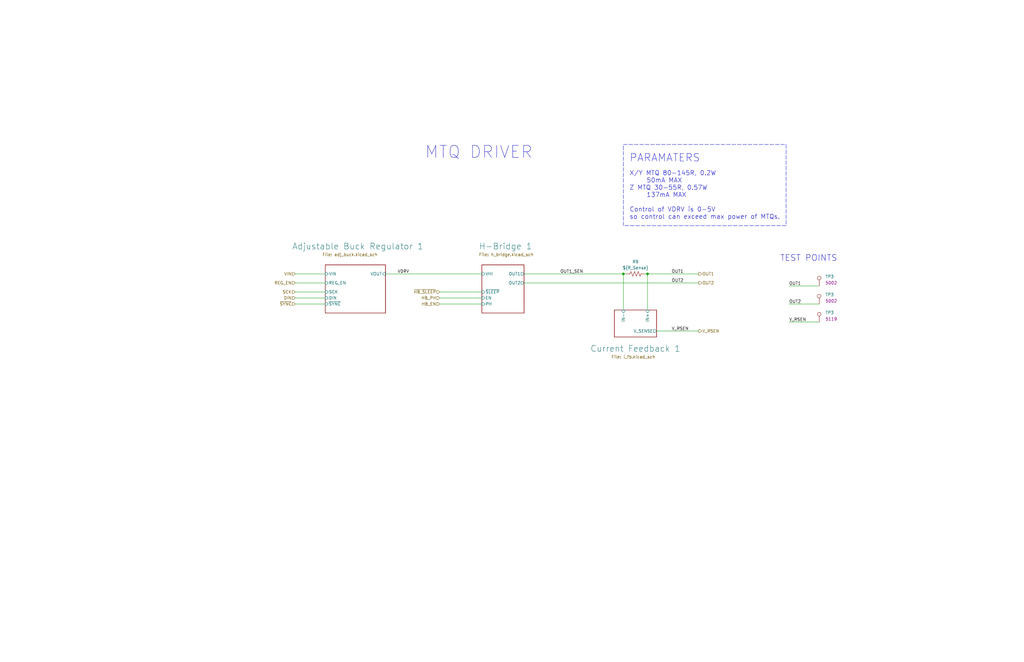
<source format=kicad_sch>
(kicad_sch (version 20230121) (generator eeschema)
  (paper "B")
  (title_block (title "SCHEMATIC, CUBESAT MAGNETORQER DRIVER") (date "2023-06-28") (rev "A") (comment 1 "CH") (comment 2 "CH") (comment 3 "RD21-6005"))
  (lib_symbols
    (symbol "Connector:TestPoint" (pin_numbers hide) (pin_names (offset 0.762) hide)
      (property "Reference" "TP" (at 0 6.858 0))
      (property "Value" "TestPoint" (at 0 5.08 0))
      (symbol "TestPoint_0_1"
        (circle (center 0 3.302) (radius 0.762))
      )
      (symbol "TestPoint_1_1"
        (pin passive line (at 0 0 90) (length 2.54) (name "1") (number "1"))
      )
    )
    (symbol "Device:R_US" (pin_numbers hide) (pin_names (offset 0))
      (property "Reference" "R" (at 2.54 0 90))
      (property "Value" "R_US" (at -2.54 0 90))
      (symbol "R_US_0_1"
        (polyline (pts (xy 0 -2.286) (xy 0 -2.54)))
        (polyline (pts (xy 0 2.286) (xy 0 2.54)))
        (polyline (pts (xy 0 -0.762) (xy 1.016 -1.143) (xy 0 -1.524) (xy -1.016 -1.905) (xy 0 -2.286)))
        (polyline (pts (xy 0 0.762) (xy 1.016 0.381) (xy 0 0) (xy -1.016 -0.381) (xy 0 -0.762)))
        (polyline (pts (xy 0 2.286) (xy 1.016 1.905) (xy 0 1.524) (xy -1.016 1.143) (xy 0 0.762)))
      )
      (symbol "R_US_1_1"
        (pin passive line (at 0 3.81 270) (length 1.27) (name "~") (number "1"))
        (pin passive line (at 0 -3.81 90) (length 1.27) (name "~") (number "2"))
      )
    )
  )
  (junction (at 262.89 115.57))
  (junction (at 273.05 115.57))
  (wire (pts (xy 162.56 115.57) (xy 203.2 115.57)))
  (wire (pts (xy 124.46 125.73) (xy 137.16 125.73)))
  (wire (pts (xy 185.42 125.73) (xy 203.2 125.73)))
  (wire (pts (xy 220.98 119.38) (xy 294.64 119.38)))
  (wire (pts (xy 203.2 128.27) (xy 185.42 128.27)))
  (wire (pts (xy 124.46 119.38) (xy 137.16 119.38)))
  (wire (pts (xy 271.78 115.57) (xy 273.05 115.57)))
  (wire (pts (xy 220.98 115.57) (xy 262.89 115.57)))
  (wire (pts (xy 332.74 120.65) (xy 345.44 120.65)))
  (wire (pts (xy 276.86 139.7) (xy 294.64 139.7)))
  (wire (pts (xy 203.2 123.19) (xy 185.42 123.19)))
  (wire (pts (xy 124.46 115.57) (xy 137.16 115.57)))
  (wire (pts (xy 124.46 128.27) (xy 137.16 128.27)))
  (wire (pts (xy 124.46 123.19) (xy 137.16 123.19)))
  (wire (pts (xy 262.89 115.57) (xy 262.89 130.81)))
  (wire (pts (xy 332.74 128.27) (xy 345.44 128.27)))
  (wire (pts (xy 262.89 115.57) (xy 264.16 115.57)))
  (wire (pts (xy 273.05 115.57) (xy 273.05 130.81)))
  (wire (pts (xy 273.05 115.57) (xy 294.64 115.57)))
  (wire (pts (xy 332.74 135.89) (xy 345.44 135.89)))
  (rectangle (start 262.89 60.96) (end 331.47 95.25) (stroke (width 0) (type dash)))
  (text "X/Y MTQ 80-145R, 0.2W\n	50mA MAX\nZ MTQ 30-55R, 0.57W\n	137mA MAX\n\nControl of VDRV is 0-5V\nso control can exceed max power of MTQs." (at 265.43 92.71 0) (effects (font (size 1.905 1.905)) (justify left bottom)))
  (text "TEST POINTS" (at 328.93 110.49 0) (effects (font (size 2.54 2.54)) (justify left bottom)))
  (text "PARAMATERS" (at 265.43 68.58 0) (effects (font (size 3.175 3.175)) (justify left bottom)))
  (text "MTQ DRIVER" (at 179.07 67.31 0) (effects (font (size 5.08 5.08)) (justify left bottom)))
  (label "OUT1" (at 332.74 120.65 0))
  (label "V_RSEN" (at 283.21 139.7 0))
  (label "V_RSEN" (at 332.74 135.89 0))
  (label "OUT1" (at 283.21 115.57 0))
  (label "OUT2" (at 332.74 128.27 0))
  (label "OUT1_SEN" (at 236.22 115.57 0))
  (label "VDRV" (at 167.64 115.57 0))
  (label "OUT2" (at 283.21 119.38 0))
  (hierarchical_label "OUT2" (shape output) (at 294.64 119.38 0))
  (hierarchical_label "VIN" (shape input) (at 124.46 115.57 180))
  (hierarchical_label "~{SYNC}" (shape input) (at 124.46 128.27 180))
  (hierarchical_label "~{HB_SLEEP}" (shape input) (at 185.42 123.19 180))
  (hierarchical_label "HB_PH" (shape input) (at 185.42 125.73 180))
  (hierarchical_label "DIN" (shape input) (at 124.46 125.73 180))
  (hierarchical_label "HB_EN" (shape input) (at 185.42 128.27 180))
  (hierarchical_label "REG_EN" (shape input) (at 124.46 119.38 180))
  (hierarchical_label "OUT1" (shape output) (at 294.64 115.57 0))
  (hierarchical_label "SCK" (shape input) (at 124.46 123.19 180))
  (hierarchical_label "V_RSEN" (shape output) (at 294.64 139.7 0))
  (symbol (lib_id "Connector:TestPoint") (at 345.44 128.27 0) (unit 1)
    (property "Reference" "TP3" (at 347.98 124.333 0) (effects (justify left)))
    (property "Value" "${NET_NAME(1)}" (effects hide))
    (property "Footprint" "SierraLobo:TestPoint_Keystone_5000-5004_Miniature" (effects hide))
    (property "Datasheet" "https://www.keyelco.com/userAssets/file/M65p56.pdf" (effects hide))
    (property "Manufacturer" "Keystone" (effects hide))
    (property "Mfr. Part No" "5002" (at 350.52 127 0))
    (property "Description" "PC TEST POINT MINIATURE WHITE" (effects hide))
    (instances (project "magnetotorqer-drive-board" (path "" (reference "TP3") (unit 1)) (path "" (reference "TP15") (unit 1)) (path "" (reference "TP10") (unit 1)) (path "" (reference "TP24") (unit 1)) (path "" (reference "TP10") (unit 1)) (path "" (reference "TP13") (unit 1)) (path "" (reference "TP21") (unit 1))))
  )
  (symbol (lib_id "Connector:TestPoint") (at 345.44 120.65 0) (unit 1)
    (property "Reference" "TP3" (at 347.98 116.713 0) (effects (justify left)))
    (property "Value" "${NET_NAME(1)}" (effects hide))
    (property "Footprint" "SierraLobo:TestPoint_Keystone_5000-5004_Miniature" (effects hide))
    (property "Datasheet" "https://www.keyelco.com/userAssets/file/M65p56.pdf" (effects hide))
    (property "Manufacturer" "Keystone" (effects hide))
    (property "Mfr. Part No" "5002" (at 350.52 119.38 0))
    (property "Description" "PC TEST POINT MINIATURE WHITE" (effects hide))
    (instances (project "magnetotorqer-drive-board" (path "" (reference "TP3") (unit 1)) (path "" (reference "TP14") (unit 1)) (path "" (reference "TP9") (unit 1)) (path "" (reference "TP23") (unit 1)) (path "" (reference "TP9") (unit 1)) (path "" (reference "TP12") (unit 1)) (path "" (reference "TP20") (unit 1))))
  )
  (symbol (lib_id "Device:R_US") (at 267.97 115.57 90) (unit 1)
    (property "Reference" "R9" (at 267.97 110.49 90))
    (property "Value" "${R_Sense}" (at 267.97 113.03 90))
    (property "Footprint" "Resistor_SMD:R_0805_2012Metric" (effects hide))
    (property "Manufacturer" "${R_Sense Mfr}" (effects hide))
    (property "Mfr. Part No" "${R_Sense Part No}" (effects hide))
    (instances (project "magnetotorqer-drive-board" (path "" (reference "R9") (unit 1)) (path "" (reference "R10") (unit 1)) (path "" (reference "R50") (unit 1))))
  )
  (symbol (lib_id "Connector:TestPoint") (at 345.44 135.89 0) (unit 1)
    (property "Reference" "TP3" (at 347.98 131.953 0) (effects (justify left)))
    (property "Value" "${NET_NAME(1)}" (effects hide))
    (property "Footprint" "SierraLobo:TestPoint_Keystone_5000-5004_Miniature" (effects hide))
    (property "Datasheet" "https://www.keyelco.com/userAssets/file/M65p56.pdf" (effects hide))
    (property "Manufacturer" "Keystone" (effects hide))
    (property "Mfr. Part No" "5119" (at 350.52 134.62 0))
    (property "Description" "PC TEST POINT MINIATURE PURPLE" (effects hide))
    (instances (project "magnetotorqer-drive-board" (path "" (reference "TP3") (unit 1)) (path "" (reference "TP16") (unit 1)) (path "" (reference "TP11") (unit 1)) (path "" (reference "TP25") (unit 1)) (path "" (reference "TP11") (unit 1)) (path "" (reference "TP14") (unit 1)) (path "" (reference "TP22") (unit 1))))
  )
  (sheet (at 137.16 111.76) (size 25.4 20.32) (stroke (width 0.1524))
    (property "Sheetname" "Adjustable Buck Regulator 1" (at 123.19 105.41 0) (effects (font (size 2.54 2.54)) (justify left bottom)))
    (property "Sheetfile" "adj_buck.kicad_sch" (at 135.89 106.68 0) (effects (justify left top)))
    (pin "VOUT" input (at 162.56 115.57 0))
    (pin "DIN" input (at 137.16 125.73 180))
    (pin "SCK" input (at 137.16 123.19 180))
    (pin "~{SYNC}" input (at 137.16 128.27 180))
    (pin "VIN" input (at 137.16 115.57 180))
    (pin "REG_EN" input (at 137.16 119.38 180))
  )
  (sheet (at 259.08 130.81) (size 17.78 11.43) (stroke (width 0.1524))
    (property "Sheetname" "Current Feedback 1" (at 248.92 148.59 0) (effects (font (size 2.54 2.54)) (justify left bottom)))
    (property "Sheetfile" "i_fb.kicad_sch" (at 257.81 149.86 0) (effects (justify left top)))
    (pin "IN+" input (at 273.05 130.81 90))
    (pin "IN-" input (at 262.89 130.81 90))
    (pin "V_SENSE" output (at 276.86 139.7 0))
  )
  (sheet (at 203.2 111.76) (size 17.78 20.32) (stroke (width 0.1524))
    (property "Sheetname" "H-Bridge 1" (at 201.93 105.41 0) (effects (font (size 2.54 2.54)) (justify left bottom)))
    (property "Sheetfile" "h_bridge.kicad_sch" (at 201.93 106.68 0) (effects (justify left top)))
    (pin "OUT1" output (at 220.98 115.57 0))
    (pin "OUT2" output (at 220.98 119.38 0))
    (pin "PH" input (at 203.2 128.27 180))
    (pin "EN" input (at 203.2 125.73 180))
    (pin "~{SLEEP}" input (at 203.2 123.19 180))
    (pin "VHI" input (at 203.2 115.57 180))
  )
)
</source>
